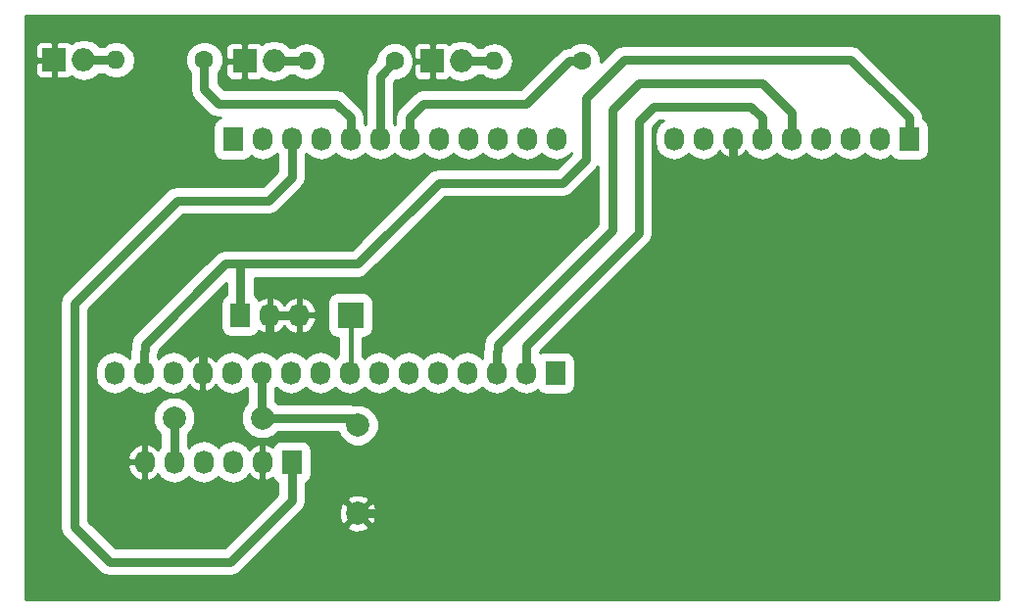
<source format=gbr>
G04 #@! TF.FileFunction,Copper,L2,Bot,Signal*
%FSLAX46Y46*%
G04 Gerber Fmt 4.6, Leading zero omitted, Abs format (unit mm)*
G04 Created by KiCad (PCBNEW 4.0.6) date 03/30/17 16:40:58*
%MOMM*%
%LPD*%
G01*
G04 APERTURE LIST*
%ADD10C,0.100000*%
%ADD11R,1.727200X2.032000*%
%ADD12O,1.727200X2.032000*%
%ADD13C,1.998980*%
%ADD14R,2.235200X2.235200*%
%ADD15R,2.000000X2.000000*%
%ADD16O,2.000000X2.000000*%
%ADD17C,1.600000*%
%ADD18O,1.600000X1.600000*%
%ADD19C,0.800000*%
%ADD20C,0.400000*%
%ADD21C,0.254000*%
G04 APERTURE END LIST*
D10*
D11*
X187690000Y-56610000D03*
D12*
X185150000Y-56610000D03*
X182610000Y-56610000D03*
X180070000Y-56610000D03*
X177530000Y-56610000D03*
X174990000Y-56610000D03*
X172450000Y-56610000D03*
X169910000Y-56610000D03*
X167370000Y-56610000D03*
D11*
X134350000Y-84550000D03*
D12*
X131810000Y-84550000D03*
X129270000Y-84550000D03*
X126730000Y-84550000D03*
X124190000Y-84550000D03*
X121650000Y-84550000D03*
D13*
X140065000Y-81375000D03*
X140065000Y-88995000D03*
X124190000Y-80740000D03*
X131810000Y-80740000D03*
D11*
X129270000Y-56610000D03*
D12*
X131810000Y-56610000D03*
X134350000Y-56610000D03*
X136890000Y-56610000D03*
X139430000Y-56610000D03*
X141970000Y-56610000D03*
X144510000Y-56610000D03*
X147050000Y-56610000D03*
X149590000Y-56610000D03*
X152130000Y-56610000D03*
X154670000Y-56610000D03*
X157210000Y-56610000D03*
D11*
X157137562Y-76843356D03*
D12*
X154597562Y-76843356D03*
X152057562Y-76843356D03*
X149517562Y-76843356D03*
X146977562Y-76843356D03*
X144437562Y-76843356D03*
X141897562Y-76843356D03*
X139357562Y-76843356D03*
X136817562Y-76843356D03*
X134277562Y-76843356D03*
X131737562Y-76843356D03*
X129197562Y-76843356D03*
X126657562Y-76843356D03*
X124117562Y-76843356D03*
X121577562Y-76843356D03*
X119037562Y-76843356D03*
D14*
X139430000Y-71850000D03*
D11*
X129905000Y-71850000D03*
D12*
X132445000Y-71850000D03*
X134985000Y-71850000D03*
D15*
X113847424Y-49796796D03*
D16*
X116387424Y-49796796D03*
D15*
X130286000Y-49901514D03*
D16*
X132826000Y-49901514D03*
D15*
X146509694Y-49894164D03*
D16*
X149049694Y-49894164D03*
D17*
X126801424Y-49796796D03*
D18*
X119181424Y-49796796D03*
D17*
X143247638Y-49901514D03*
D18*
X135627638Y-49901514D03*
D17*
X159463694Y-49894164D03*
D18*
X151843694Y-49894164D03*
D19*
X172450000Y-80232000D02*
X172450000Y-56610000D01*
X163687000Y-88995000D02*
X172450000Y-80232000D01*
X140065000Y-88995000D02*
X163687000Y-88995000D01*
X132445000Y-71850000D02*
X134985000Y-71850000D01*
X132445000Y-71850000D02*
X132445000Y-73755000D01*
X132445000Y-73755000D02*
X131810000Y-74390000D01*
X131810000Y-74390000D02*
X127294918Y-74390000D01*
X127294918Y-74390000D02*
X126657562Y-75027356D01*
X126657562Y-75027356D02*
X126657562Y-76843356D01*
X131737562Y-76843356D02*
X131737562Y-80667562D01*
X131737562Y-80667562D02*
X131810000Y-80740000D01*
X131810000Y-80740000D02*
X139430000Y-80740000D01*
X139430000Y-80740000D02*
X140065000Y-81375000D01*
X174990000Y-56610000D02*
X174990000Y-54794000D01*
X164322000Y-55086000D02*
X164322000Y-64738000D01*
X164322000Y-64738000D02*
X154597562Y-74462438D01*
X174990000Y-54794000D02*
X174012000Y-53816000D01*
X174012000Y-53816000D02*
X165592000Y-53816000D01*
X165592000Y-53816000D02*
X164322000Y-55086000D01*
X154597562Y-74462438D02*
X154597562Y-76843356D01*
X162036000Y-54832000D02*
X162036000Y-54070000D01*
X162036000Y-54070000D02*
X164322000Y-51784000D01*
X164322000Y-51784000D02*
X174990000Y-51784000D01*
X174990000Y-51784000D02*
X177530000Y-54324000D01*
X177530000Y-54324000D02*
X177530000Y-56610000D01*
X162036000Y-64484000D02*
X162036000Y-54832000D01*
X152130000Y-74390000D02*
X162036000Y-64484000D01*
X152057562Y-76843356D02*
X152057562Y-75027356D01*
X152130000Y-74954918D02*
X152130000Y-74390000D01*
X152057562Y-75027356D02*
X152130000Y-74954918D01*
X163052000Y-49752000D02*
X182610000Y-49752000D01*
X187690000Y-56610000D02*
X187690000Y-54794000D01*
X187690000Y-54794000D02*
X182648000Y-49752000D01*
X182648000Y-49752000D02*
X182610000Y-49752000D01*
X159750000Y-53054000D02*
X163052000Y-49752000D01*
X159750000Y-58388000D02*
X159750000Y-53562000D01*
X159750000Y-53562000D02*
X159750000Y-53054000D01*
X157718000Y-60420000D02*
X159750000Y-58388000D01*
X147050000Y-60420000D02*
X157464000Y-60420000D01*
X157464000Y-60420000D02*
X157718000Y-60420000D01*
X128635000Y-67405000D02*
X129905000Y-67405000D01*
X129905000Y-67405000D02*
X140065000Y-67405000D01*
X129905000Y-71850000D02*
X129905000Y-67405000D01*
X140065000Y-67405000D02*
X147050000Y-60420000D01*
X121650000Y-74390000D02*
X128635000Y-67405000D01*
X121650000Y-74954918D02*
X121650000Y-74390000D01*
X121577562Y-76843356D02*
X121577562Y-75027356D01*
X121577562Y-75027356D02*
X121650000Y-74954918D01*
D20*
X139430000Y-71850000D02*
X139430000Y-76770918D01*
X139430000Y-76770918D02*
X139357562Y-76843356D01*
D19*
X134350000Y-84550000D02*
X134350000Y-87852000D01*
X134350000Y-87852000D02*
X129016000Y-93186000D01*
X118602000Y-93186000D02*
X115554000Y-90138000D01*
X129016000Y-93186000D02*
X118602000Y-93186000D01*
X115554000Y-90138000D02*
X115554000Y-70834000D01*
X115554000Y-70834000D02*
X124444000Y-61944000D01*
X124444000Y-61944000D02*
X132318000Y-61944000D01*
X132318000Y-61944000D02*
X134350000Y-59912000D01*
X134350000Y-59912000D02*
X134350000Y-56610000D01*
X124190000Y-84550000D02*
X124190000Y-80740000D01*
X116387424Y-49796796D02*
X119181424Y-49796796D01*
X132826000Y-49901514D02*
X135627638Y-49901514D01*
X149049694Y-49894164D02*
X151843694Y-49894164D01*
X139430000Y-56610000D02*
X139430000Y-54794000D01*
X139430000Y-54794000D02*
X138198000Y-53562000D01*
X138198000Y-53562000D02*
X128000000Y-53562000D01*
X128000000Y-53562000D02*
X126801424Y-52363424D01*
X126801424Y-52363424D02*
X126801424Y-49796796D01*
X141970000Y-56610000D02*
X141970000Y-51179152D01*
X141970000Y-51179152D02*
X143247638Y-49901514D01*
X145742000Y-53562000D02*
X154664488Y-53562000D01*
X144510000Y-56610000D02*
X144510000Y-54794000D01*
X144510000Y-54794000D02*
X145742000Y-53562000D01*
X159463694Y-49894164D02*
X158332324Y-49894164D01*
X158332324Y-49894164D02*
X154664488Y-53562000D01*
D21*
G36*
X195453000Y-96393000D02*
X111392000Y-96393000D01*
X111392000Y-70834000D01*
X114327000Y-70834000D01*
X114327000Y-90138000D01*
X114420400Y-90607553D01*
X114686380Y-91005620D01*
X117734380Y-94053620D01*
X118132447Y-94319600D01*
X118602000Y-94413000D01*
X129016000Y-94413000D01*
X129485553Y-94319600D01*
X129883620Y-94053620D01*
X133790077Y-90147163D01*
X139092443Y-90147163D01*
X139191042Y-90413965D01*
X139800582Y-90640401D01*
X140450377Y-90616341D01*
X140938958Y-90413965D01*
X141037557Y-90147163D01*
X140065000Y-89174605D01*
X139092443Y-90147163D01*
X133790077Y-90147163D01*
X135206658Y-88730582D01*
X138419599Y-88730582D01*
X138443659Y-89380377D01*
X138646035Y-89868958D01*
X138912837Y-89967557D01*
X139885395Y-88995000D01*
X140244605Y-88995000D01*
X141217163Y-89967557D01*
X141483965Y-89868958D01*
X141710401Y-89259418D01*
X141686341Y-88609623D01*
X141483965Y-88121042D01*
X141217163Y-88022443D01*
X140244605Y-88995000D01*
X139885395Y-88995000D01*
X138912837Y-88022443D01*
X138646035Y-88121042D01*
X138419599Y-88730582D01*
X135206658Y-88730582D01*
X135217620Y-88719620D01*
X135483600Y-88321553D01*
X135577000Y-87852000D01*
X135577000Y-87842837D01*
X139092443Y-87842837D01*
X140065000Y-88815395D01*
X141037557Y-87842837D01*
X140938958Y-87576035D01*
X140329418Y-87349599D01*
X139679623Y-87373659D01*
X139191042Y-87576035D01*
X139092443Y-87842837D01*
X135577000Y-87842837D01*
X135577000Y-86314900D01*
X135801539Y-86170413D01*
X135990369Y-85894052D01*
X136056801Y-85566000D01*
X136056801Y-83534000D01*
X135999135Y-83227532D01*
X135818013Y-82946061D01*
X135541652Y-82757231D01*
X135213600Y-82690799D01*
X133486400Y-82690799D01*
X133179932Y-82748465D01*
X132898461Y-82929587D01*
X132713260Y-83200637D01*
X132712036Y-83199268D01*
X132184791Y-82945291D01*
X132169026Y-82942642D01*
X131937000Y-83063783D01*
X131937000Y-84423000D01*
X131957000Y-84423000D01*
X131957000Y-84677000D01*
X131937000Y-84677000D01*
X131937000Y-86036217D01*
X132169026Y-86157358D01*
X132184791Y-86154709D01*
X132712036Y-85900732D01*
X132716115Y-85896167D01*
X132881987Y-86153939D01*
X133123000Y-86318617D01*
X133123000Y-87343760D01*
X128507760Y-91959000D01*
X119110240Y-91959000D01*
X116781000Y-89629760D01*
X116781000Y-84911913D01*
X120164816Y-84911913D01*
X120358046Y-85464320D01*
X120747964Y-85900732D01*
X121275209Y-86154709D01*
X121290974Y-86157358D01*
X121523000Y-86036217D01*
X121523000Y-84677000D01*
X120309076Y-84677000D01*
X120164816Y-84911913D01*
X116781000Y-84911913D01*
X116781000Y-84188087D01*
X120164816Y-84188087D01*
X120309076Y-84423000D01*
X121523000Y-84423000D01*
X121523000Y-83063783D01*
X121777000Y-83063783D01*
X121777000Y-84423000D01*
X121797000Y-84423000D01*
X121797000Y-84677000D01*
X121777000Y-84677000D01*
X121777000Y-86036217D01*
X122009026Y-86157358D01*
X122024791Y-86154709D01*
X122552036Y-85900732D01*
X122792525Y-85631567D01*
X122994565Y-85933942D01*
X123543035Y-86300418D01*
X124190000Y-86429107D01*
X124836965Y-86300418D01*
X125385435Y-85933942D01*
X125460000Y-85822348D01*
X125534565Y-85933942D01*
X126083035Y-86300418D01*
X126730000Y-86429107D01*
X127376965Y-86300418D01*
X127925435Y-85933942D01*
X128000000Y-85822348D01*
X128074565Y-85933942D01*
X128623035Y-86300418D01*
X129270000Y-86429107D01*
X129916965Y-86300418D01*
X130465435Y-85933942D01*
X130667475Y-85631567D01*
X130907964Y-85900732D01*
X131435209Y-86154709D01*
X131450974Y-86157358D01*
X131683000Y-86036217D01*
X131683000Y-84677000D01*
X131663000Y-84677000D01*
X131663000Y-84423000D01*
X131683000Y-84423000D01*
X131683000Y-83063783D01*
X131450974Y-82942642D01*
X131435209Y-82945291D01*
X130907964Y-83199268D01*
X130667475Y-83468433D01*
X130465435Y-83166058D01*
X129916965Y-82799582D01*
X129270000Y-82670893D01*
X128623035Y-82799582D01*
X128074565Y-83166058D01*
X128000000Y-83277652D01*
X127925435Y-83166058D01*
X127376965Y-82799582D01*
X126730000Y-82670893D01*
X126083035Y-82799582D01*
X125534565Y-83166058D01*
X125460000Y-83277652D01*
X125417000Y-83213298D01*
X125417000Y-82095936D01*
X125737520Y-81775974D01*
X126016172Y-81104905D01*
X126016806Y-80378283D01*
X125739326Y-79706728D01*
X125225974Y-79192480D01*
X124554905Y-78913828D01*
X123828283Y-78913194D01*
X123156728Y-79190674D01*
X122642480Y-79704026D01*
X122363828Y-80375095D01*
X122363194Y-81101717D01*
X122640674Y-81773272D01*
X122963000Y-82096161D01*
X122963000Y-83213298D01*
X122792525Y-83468433D01*
X122552036Y-83199268D01*
X122024791Y-82945291D01*
X122009026Y-82942642D01*
X121777000Y-83063783D01*
X121523000Y-83063783D01*
X121290974Y-82942642D01*
X121275209Y-82945291D01*
X120747964Y-83199268D01*
X120358046Y-83635680D01*
X120164816Y-84188087D01*
X116781000Y-84188087D01*
X116781000Y-71342240D01*
X124952240Y-63171000D01*
X132318000Y-63171000D01*
X132787553Y-63077600D01*
X133185620Y-62811620D01*
X135217620Y-60779620D01*
X135259461Y-60717000D01*
X135483600Y-60381553D01*
X135577000Y-59912000D01*
X135577000Y-57946702D01*
X135620000Y-57882348D01*
X135694565Y-57993942D01*
X136243035Y-58360418D01*
X136890000Y-58489107D01*
X137536965Y-58360418D01*
X138085435Y-57993942D01*
X138160000Y-57882348D01*
X138234565Y-57993942D01*
X138783035Y-58360418D01*
X139430000Y-58489107D01*
X140076965Y-58360418D01*
X140625435Y-57993942D01*
X140700000Y-57882348D01*
X140774565Y-57993942D01*
X141323035Y-58360418D01*
X141970000Y-58489107D01*
X142616965Y-58360418D01*
X143165435Y-57993942D01*
X143240000Y-57882348D01*
X143314565Y-57993942D01*
X143863035Y-58360418D01*
X144510000Y-58489107D01*
X145156965Y-58360418D01*
X145705435Y-57993942D01*
X145780000Y-57882348D01*
X145854565Y-57993942D01*
X146403035Y-58360418D01*
X147050000Y-58489107D01*
X147696965Y-58360418D01*
X148245435Y-57993942D01*
X148320000Y-57882348D01*
X148394565Y-57993942D01*
X148943035Y-58360418D01*
X149590000Y-58489107D01*
X150236965Y-58360418D01*
X150785435Y-57993942D01*
X150860000Y-57882348D01*
X150934565Y-57993942D01*
X151483035Y-58360418D01*
X152130000Y-58489107D01*
X152776965Y-58360418D01*
X153325435Y-57993942D01*
X153400000Y-57882348D01*
X153474565Y-57993942D01*
X154023035Y-58360418D01*
X154670000Y-58489107D01*
X155316965Y-58360418D01*
X155865435Y-57993942D01*
X155940000Y-57882348D01*
X156014565Y-57993942D01*
X156563035Y-58360418D01*
X157210000Y-58489107D01*
X157856965Y-58360418D01*
X158405435Y-57993942D01*
X158523000Y-57817994D01*
X158523000Y-57879760D01*
X157209760Y-59193000D01*
X147050000Y-59193000D01*
X146580448Y-59286399D01*
X146182380Y-59552380D01*
X139556760Y-66178000D01*
X128635000Y-66178000D01*
X128165448Y-66271399D01*
X127767380Y-66537380D01*
X120782380Y-73522380D01*
X120516400Y-73920447D01*
X120423000Y-74390000D01*
X120423000Y-74663186D01*
X120350562Y-75027356D01*
X120350562Y-75506654D01*
X120307562Y-75571008D01*
X120232997Y-75459414D01*
X119684527Y-75092938D01*
X119037562Y-74964249D01*
X118390597Y-75092938D01*
X117842127Y-75459414D01*
X117475651Y-76007884D01*
X117346962Y-76654849D01*
X117346962Y-77031863D01*
X117475651Y-77678828D01*
X117842127Y-78227298D01*
X118390597Y-78593774D01*
X119037562Y-78722463D01*
X119684527Y-78593774D01*
X120232997Y-78227298D01*
X120307562Y-78115704D01*
X120382127Y-78227298D01*
X120930597Y-78593774D01*
X121577562Y-78722463D01*
X122224527Y-78593774D01*
X122772997Y-78227298D01*
X122847562Y-78115704D01*
X122922127Y-78227298D01*
X123470597Y-78593774D01*
X124117562Y-78722463D01*
X124764527Y-78593774D01*
X125312997Y-78227298D01*
X125515037Y-77924923D01*
X125755526Y-78194088D01*
X126282771Y-78448065D01*
X126298536Y-78450714D01*
X126530562Y-78329573D01*
X126530562Y-76970356D01*
X126510562Y-76970356D01*
X126510562Y-76716356D01*
X126530562Y-76716356D01*
X126530562Y-75357139D01*
X126298536Y-75235998D01*
X126282771Y-75238647D01*
X125755526Y-75492624D01*
X125515037Y-75761789D01*
X125312997Y-75459414D01*
X124764527Y-75092938D01*
X124117562Y-74964249D01*
X123470597Y-75092938D01*
X122922127Y-75459414D01*
X122847562Y-75571008D01*
X122804562Y-75506654D01*
X122804562Y-75319088D01*
X122877000Y-74954918D01*
X122877000Y-74898240D01*
X128678000Y-69097240D01*
X128678000Y-70085100D01*
X128453461Y-70229587D01*
X128264631Y-70505948D01*
X128198199Y-70834000D01*
X128198199Y-72866000D01*
X128255865Y-73172468D01*
X128436987Y-73453939D01*
X128713348Y-73642769D01*
X129041400Y-73709201D01*
X130768600Y-73709201D01*
X131075068Y-73651535D01*
X131356539Y-73470413D01*
X131541740Y-73199363D01*
X131542964Y-73200732D01*
X132070209Y-73454709D01*
X132085974Y-73457358D01*
X132318000Y-73336217D01*
X132318000Y-71977000D01*
X132572000Y-71977000D01*
X132572000Y-73336217D01*
X132804026Y-73457358D01*
X132819791Y-73454709D01*
X133347036Y-73200732D01*
X133715000Y-72788892D01*
X134082964Y-73200732D01*
X134610209Y-73454709D01*
X134625974Y-73457358D01*
X134858000Y-73336217D01*
X134858000Y-71977000D01*
X135112000Y-71977000D01*
X135112000Y-73336217D01*
X135344026Y-73457358D01*
X135359791Y-73454709D01*
X135887036Y-73200732D01*
X136276954Y-72764320D01*
X136470184Y-72211913D01*
X136325924Y-71977000D01*
X135112000Y-71977000D01*
X134858000Y-71977000D01*
X132572000Y-71977000D01*
X132318000Y-71977000D01*
X132298000Y-71977000D01*
X132298000Y-71723000D01*
X132318000Y-71723000D01*
X132318000Y-70363783D01*
X132572000Y-70363783D01*
X132572000Y-71723000D01*
X134858000Y-71723000D01*
X134858000Y-70363783D01*
X135112000Y-70363783D01*
X135112000Y-71723000D01*
X136325924Y-71723000D01*
X136470184Y-71488087D01*
X136276954Y-70935680D01*
X135887036Y-70499268D01*
X135359791Y-70245291D01*
X135344026Y-70242642D01*
X135112000Y-70363783D01*
X134858000Y-70363783D01*
X134625974Y-70242642D01*
X134610209Y-70245291D01*
X134082964Y-70499268D01*
X133715000Y-70911108D01*
X133347036Y-70499268D01*
X132819791Y-70245291D01*
X132804026Y-70242642D01*
X132572000Y-70363783D01*
X132318000Y-70363783D01*
X132085974Y-70242642D01*
X132070209Y-70245291D01*
X131542964Y-70499268D01*
X131538885Y-70503833D01*
X131373013Y-70246061D01*
X131132000Y-70081383D01*
X131132000Y-68632000D01*
X140065000Y-68632000D01*
X140534553Y-68538600D01*
X140932620Y-68272620D01*
X147558240Y-61647000D01*
X157718000Y-61647000D01*
X158187553Y-61553600D01*
X158585620Y-61287620D01*
X160617620Y-59255620D01*
X160758766Y-59044380D01*
X160809000Y-58969200D01*
X160809000Y-63975760D01*
X151262380Y-73522380D01*
X150996400Y-73920447D01*
X150903000Y-74390000D01*
X150903000Y-74663186D01*
X150830562Y-75027356D01*
X150830562Y-75506654D01*
X150787562Y-75571008D01*
X150712997Y-75459414D01*
X150164527Y-75092938D01*
X149517562Y-74964249D01*
X148870597Y-75092938D01*
X148322127Y-75459414D01*
X148247562Y-75571008D01*
X148172997Y-75459414D01*
X147624527Y-75092938D01*
X146977562Y-74964249D01*
X146330597Y-75092938D01*
X145782127Y-75459414D01*
X145707562Y-75571008D01*
X145632997Y-75459414D01*
X145084527Y-75092938D01*
X144437562Y-74964249D01*
X143790597Y-75092938D01*
X143242127Y-75459414D01*
X143167562Y-75571008D01*
X143092997Y-75459414D01*
X142544527Y-75092938D01*
X141897562Y-74964249D01*
X141250597Y-75092938D01*
X140702127Y-75459414D01*
X140627562Y-75571008D01*
X140552997Y-75459414D01*
X140457000Y-75395271D01*
X140457000Y-73810801D01*
X140547600Y-73810801D01*
X140854068Y-73753135D01*
X141135539Y-73572013D01*
X141324369Y-73295652D01*
X141390801Y-72967600D01*
X141390801Y-70732400D01*
X141333135Y-70425932D01*
X141152013Y-70144461D01*
X140875652Y-69955631D01*
X140547600Y-69889199D01*
X138312400Y-69889199D01*
X138005932Y-69946865D01*
X137724461Y-70127987D01*
X137535631Y-70404348D01*
X137469199Y-70732400D01*
X137469199Y-72967600D01*
X137526865Y-73274068D01*
X137707987Y-73555539D01*
X137984348Y-73744369D01*
X138312400Y-73810801D01*
X138403000Y-73810801D01*
X138403000Y-75298468D01*
X138162127Y-75459414D01*
X138087562Y-75571008D01*
X138012997Y-75459414D01*
X137464527Y-75092938D01*
X136817562Y-74964249D01*
X136170597Y-75092938D01*
X135622127Y-75459414D01*
X135547562Y-75571008D01*
X135472997Y-75459414D01*
X134924527Y-75092938D01*
X134277562Y-74964249D01*
X133630597Y-75092938D01*
X133082127Y-75459414D01*
X133007562Y-75571008D01*
X132932997Y-75459414D01*
X132384527Y-75092938D01*
X131737562Y-74964249D01*
X131090597Y-75092938D01*
X130542127Y-75459414D01*
X130467562Y-75571008D01*
X130392997Y-75459414D01*
X129844527Y-75092938D01*
X129197562Y-74964249D01*
X128550597Y-75092938D01*
X128002127Y-75459414D01*
X127800087Y-75761789D01*
X127559598Y-75492624D01*
X127032353Y-75238647D01*
X127016588Y-75235998D01*
X126784562Y-75357139D01*
X126784562Y-76716356D01*
X126804562Y-76716356D01*
X126804562Y-76970356D01*
X126784562Y-76970356D01*
X126784562Y-78329573D01*
X127016588Y-78450714D01*
X127032353Y-78448065D01*
X127559598Y-78194088D01*
X127800087Y-77924923D01*
X128002127Y-78227298D01*
X128550597Y-78593774D01*
X129197562Y-78722463D01*
X129844527Y-78593774D01*
X130392997Y-78227298D01*
X130467562Y-78115704D01*
X130510562Y-78180058D01*
X130510562Y-79456376D01*
X130262480Y-79704026D01*
X129983828Y-80375095D01*
X129983194Y-81101717D01*
X130260674Y-81773272D01*
X130774026Y-82287520D01*
X131445095Y-82566172D01*
X132171717Y-82566806D01*
X132843272Y-82289326D01*
X133166161Y-81967000D01*
X138333345Y-81967000D01*
X138515674Y-82408272D01*
X139029026Y-82922520D01*
X139700095Y-83201172D01*
X140426717Y-83201806D01*
X141098272Y-82924326D01*
X141612520Y-82410974D01*
X141891172Y-81739905D01*
X141891806Y-81013283D01*
X141614326Y-80341728D01*
X141100974Y-79827480D01*
X140429905Y-79548828D01*
X139703283Y-79548194D01*
X139671972Y-79561131D01*
X139430000Y-79513000D01*
X133165936Y-79513000D01*
X132964562Y-79311275D01*
X132964562Y-78180058D01*
X133007562Y-78115704D01*
X133082127Y-78227298D01*
X133630597Y-78593774D01*
X134277562Y-78722463D01*
X134924527Y-78593774D01*
X135472997Y-78227298D01*
X135547562Y-78115704D01*
X135622127Y-78227298D01*
X136170597Y-78593774D01*
X136817562Y-78722463D01*
X137464527Y-78593774D01*
X138012997Y-78227298D01*
X138087562Y-78115704D01*
X138162127Y-78227298D01*
X138710597Y-78593774D01*
X139357562Y-78722463D01*
X140004527Y-78593774D01*
X140552997Y-78227298D01*
X140627562Y-78115704D01*
X140702127Y-78227298D01*
X141250597Y-78593774D01*
X141897562Y-78722463D01*
X142544527Y-78593774D01*
X143092997Y-78227298D01*
X143167562Y-78115704D01*
X143242127Y-78227298D01*
X143790597Y-78593774D01*
X144437562Y-78722463D01*
X145084527Y-78593774D01*
X145632997Y-78227298D01*
X145707562Y-78115704D01*
X145782127Y-78227298D01*
X146330597Y-78593774D01*
X146977562Y-78722463D01*
X147624527Y-78593774D01*
X148172997Y-78227298D01*
X148247562Y-78115704D01*
X148322127Y-78227298D01*
X148870597Y-78593774D01*
X149517562Y-78722463D01*
X150164527Y-78593774D01*
X150712997Y-78227298D01*
X150787562Y-78115704D01*
X150862127Y-78227298D01*
X151410597Y-78593774D01*
X152057562Y-78722463D01*
X152704527Y-78593774D01*
X153252997Y-78227298D01*
X153327562Y-78115704D01*
X153402127Y-78227298D01*
X153950597Y-78593774D01*
X154597562Y-78722463D01*
X155244527Y-78593774D01*
X155607669Y-78351130D01*
X155669549Y-78447295D01*
X155945910Y-78636125D01*
X156273962Y-78702557D01*
X158001162Y-78702557D01*
X158307630Y-78644891D01*
X158589101Y-78463769D01*
X158777931Y-78187408D01*
X158844363Y-77859356D01*
X158844363Y-75827356D01*
X158786697Y-75520888D01*
X158605575Y-75239417D01*
X158329214Y-75050587D01*
X158001162Y-74984155D01*
X156273962Y-74984155D01*
X155967494Y-75041821D01*
X155824562Y-75133795D01*
X155824562Y-74970678D01*
X165189620Y-65605620D01*
X165359337Y-65351620D01*
X165455600Y-65207553D01*
X165549000Y-64738000D01*
X165549000Y-55594240D01*
X166100240Y-55043000D01*
X166448531Y-55043000D01*
X166174565Y-55226058D01*
X165808089Y-55774528D01*
X165679400Y-56421493D01*
X165679400Y-56798507D01*
X165808089Y-57445472D01*
X166174565Y-57993942D01*
X166723035Y-58360418D01*
X167370000Y-58489107D01*
X168016965Y-58360418D01*
X168565435Y-57993942D01*
X168640000Y-57882348D01*
X168714565Y-57993942D01*
X169263035Y-58360418D01*
X169910000Y-58489107D01*
X170556965Y-58360418D01*
X171105435Y-57993942D01*
X171307475Y-57691567D01*
X171547964Y-57960732D01*
X172075209Y-58214709D01*
X172090974Y-58217358D01*
X172323000Y-58096217D01*
X172323000Y-56737000D01*
X172303000Y-56737000D01*
X172303000Y-56483000D01*
X172323000Y-56483000D01*
X172323000Y-56463000D01*
X172577000Y-56463000D01*
X172577000Y-56483000D01*
X172597000Y-56483000D01*
X172597000Y-56737000D01*
X172577000Y-56737000D01*
X172577000Y-58096217D01*
X172809026Y-58217358D01*
X172824791Y-58214709D01*
X173352036Y-57960732D01*
X173592525Y-57691567D01*
X173794565Y-57993942D01*
X174343035Y-58360418D01*
X174990000Y-58489107D01*
X175636965Y-58360418D01*
X176185435Y-57993942D01*
X176260000Y-57882348D01*
X176334565Y-57993942D01*
X176883035Y-58360418D01*
X177530000Y-58489107D01*
X178176965Y-58360418D01*
X178725435Y-57993942D01*
X178800000Y-57882348D01*
X178874565Y-57993942D01*
X179423035Y-58360418D01*
X180070000Y-58489107D01*
X180716965Y-58360418D01*
X181265435Y-57993942D01*
X181340000Y-57882348D01*
X181414565Y-57993942D01*
X181963035Y-58360418D01*
X182610000Y-58489107D01*
X183256965Y-58360418D01*
X183805435Y-57993942D01*
X183880000Y-57882348D01*
X183954565Y-57993942D01*
X184503035Y-58360418D01*
X185150000Y-58489107D01*
X185796965Y-58360418D01*
X186160107Y-58117774D01*
X186221987Y-58213939D01*
X186498348Y-58402769D01*
X186826400Y-58469201D01*
X188553600Y-58469201D01*
X188860068Y-58411535D01*
X189141539Y-58230413D01*
X189330369Y-57954052D01*
X189396801Y-57626000D01*
X189396801Y-55594000D01*
X189339135Y-55287532D01*
X189158013Y-55006061D01*
X188917000Y-54841383D01*
X188917000Y-54794000D01*
X188881683Y-54616448D01*
X188823601Y-54324448D01*
X188557620Y-53926380D01*
X183515620Y-48884380D01*
X183500042Y-48873971D01*
X183117553Y-48618400D01*
X182648000Y-48525000D01*
X163052000Y-48525000D01*
X162582447Y-48618400D01*
X162199958Y-48873971D01*
X162184380Y-48884380D01*
X161090621Y-49978139D01*
X161090976Y-49571953D01*
X160843802Y-48973746D01*
X160386519Y-48515665D01*
X159788744Y-48267447D01*
X159141483Y-48266882D01*
X158543276Y-48514056D01*
X158389901Y-48667164D01*
X158332324Y-48667164D01*
X157862771Y-48760564D01*
X157547324Y-48971339D01*
X157464704Y-49026544D01*
X154156248Y-52335000D01*
X145742000Y-52335000D01*
X145272447Y-52428400D01*
X144938375Y-52651620D01*
X144874380Y-52694380D01*
X143642380Y-53926380D01*
X143376400Y-54324447D01*
X143283000Y-54794000D01*
X143283000Y-55273298D01*
X143240000Y-55337652D01*
X143197000Y-55273298D01*
X143197000Y-51687392D01*
X143355783Y-51528609D01*
X143569849Y-51528796D01*
X144168056Y-51281622D01*
X144626137Y-50824339D01*
X144874355Y-50226564D01*
X144874395Y-50179914D01*
X144874694Y-50179914D01*
X144874694Y-51020474D01*
X144971367Y-51253863D01*
X145149996Y-51432491D01*
X145383385Y-51529164D01*
X146223944Y-51529164D01*
X146382694Y-51370414D01*
X146382694Y-50021164D01*
X145033444Y-50021164D01*
X144874694Y-50179914D01*
X144874395Y-50179914D01*
X144874894Y-49608614D01*
X145033444Y-49767164D01*
X146382694Y-49767164D01*
X146382694Y-48417914D01*
X146636694Y-48417914D01*
X146636694Y-49767164D01*
X146656694Y-49767164D01*
X146656694Y-50021164D01*
X146636694Y-50021164D01*
X146636694Y-51370414D01*
X146795444Y-51529164D01*
X147636003Y-51529164D01*
X147869392Y-51432491D01*
X147958094Y-51343790D01*
X148314738Y-51582092D01*
X149013901Y-51721164D01*
X149085487Y-51721164D01*
X149784650Y-51582092D01*
X150377371Y-51186048D01*
X150420725Y-51121164D01*
X150775902Y-51121164D01*
X151189193Y-51397316D01*
X151811819Y-51521164D01*
X151875569Y-51521164D01*
X152498195Y-51397316D01*
X153026032Y-51044627D01*
X153378721Y-50516790D01*
X153502569Y-49894164D01*
X153378721Y-49271538D01*
X153026032Y-48743701D01*
X152498195Y-48391012D01*
X151875569Y-48267164D01*
X151811819Y-48267164D01*
X151189193Y-48391012D01*
X150775902Y-48667164D01*
X150420725Y-48667164D01*
X150377371Y-48602280D01*
X149784650Y-48206236D01*
X149085487Y-48067164D01*
X149013901Y-48067164D01*
X148314738Y-48206236D01*
X147958094Y-48444538D01*
X147869392Y-48355837D01*
X147636003Y-48259164D01*
X146795444Y-48259164D01*
X146636694Y-48417914D01*
X146382694Y-48417914D01*
X146223944Y-48259164D01*
X145383385Y-48259164D01*
X145149996Y-48355837D01*
X144971367Y-48534465D01*
X144874694Y-48767854D01*
X144874694Y-49578756D01*
X144627746Y-48981096D01*
X144170463Y-48523015D01*
X143572688Y-48274797D01*
X142925427Y-48274232D01*
X142327220Y-48521406D01*
X141869139Y-48978689D01*
X141620921Y-49576464D01*
X141620732Y-49793180D01*
X141102380Y-50311532D01*
X140836400Y-50709599D01*
X140743000Y-51179152D01*
X140743000Y-55273298D01*
X140700000Y-55337652D01*
X140657000Y-55273298D01*
X140657000Y-54794000D01*
X140563600Y-54324447D01*
X140297620Y-53926380D01*
X139065620Y-52694380D01*
X139001625Y-52651620D01*
X138667553Y-52428400D01*
X138198000Y-52335000D01*
X128508240Y-52335000D01*
X128028424Y-51855184D01*
X128028424Y-50870856D01*
X128179923Y-50719621D01*
X128400977Y-50187264D01*
X128651000Y-50187264D01*
X128651000Y-51027824D01*
X128747673Y-51261213D01*
X128926302Y-51439841D01*
X129159691Y-51536514D01*
X130000250Y-51536514D01*
X130159000Y-51377764D01*
X130159000Y-50028514D01*
X128809750Y-50028514D01*
X128651000Y-50187264D01*
X128400977Y-50187264D01*
X128428141Y-50121846D01*
X128428706Y-49474585D01*
X128181532Y-48876378D01*
X128080535Y-48775204D01*
X128651000Y-48775204D01*
X128651000Y-49615764D01*
X128809750Y-49774514D01*
X130159000Y-49774514D01*
X130159000Y-48425264D01*
X130413000Y-48425264D01*
X130413000Y-49774514D01*
X130433000Y-49774514D01*
X130433000Y-50028514D01*
X130413000Y-50028514D01*
X130413000Y-51377764D01*
X130571750Y-51536514D01*
X131412309Y-51536514D01*
X131645698Y-51439841D01*
X131734400Y-51351140D01*
X132091044Y-51589442D01*
X132790207Y-51728514D01*
X132861793Y-51728514D01*
X133560956Y-51589442D01*
X134153677Y-51193398D01*
X134197031Y-51128514D01*
X134559846Y-51128514D01*
X134973137Y-51404666D01*
X135595763Y-51528514D01*
X135659513Y-51528514D01*
X136282139Y-51404666D01*
X136809976Y-51051977D01*
X137162665Y-50524140D01*
X137286513Y-49901514D01*
X137162665Y-49278888D01*
X136809976Y-48751051D01*
X136282139Y-48398362D01*
X135659513Y-48274514D01*
X135595763Y-48274514D01*
X134973137Y-48398362D01*
X134559846Y-48674514D01*
X134197031Y-48674514D01*
X134153677Y-48609630D01*
X133560956Y-48213586D01*
X132861793Y-48074514D01*
X132790207Y-48074514D01*
X132091044Y-48213586D01*
X131734400Y-48451888D01*
X131645698Y-48363187D01*
X131412309Y-48266514D01*
X130571750Y-48266514D01*
X130413000Y-48425264D01*
X130159000Y-48425264D01*
X130000250Y-48266514D01*
X129159691Y-48266514D01*
X128926302Y-48363187D01*
X128747673Y-48541815D01*
X128651000Y-48775204D01*
X128080535Y-48775204D01*
X127724249Y-48418297D01*
X127126474Y-48170079D01*
X126479213Y-48169514D01*
X125881006Y-48416688D01*
X125422925Y-48873971D01*
X125174707Y-49471746D01*
X125174142Y-50119007D01*
X125421316Y-50717214D01*
X125574424Y-50870589D01*
X125574424Y-52363424D01*
X125667824Y-52832977D01*
X125841197Y-53092448D01*
X125933804Y-53231044D01*
X127132380Y-54429620D01*
X127530447Y-54695600D01*
X128000000Y-54789000D01*
X128203379Y-54789000D01*
X128099932Y-54808465D01*
X127818461Y-54989587D01*
X127629631Y-55265948D01*
X127563199Y-55594000D01*
X127563199Y-57626000D01*
X127620865Y-57932468D01*
X127801987Y-58213939D01*
X128078348Y-58402769D01*
X128406400Y-58469201D01*
X130133600Y-58469201D01*
X130440068Y-58411535D01*
X130721539Y-58230413D01*
X130798938Y-58117136D01*
X131163035Y-58360418D01*
X131810000Y-58489107D01*
X132456965Y-58360418D01*
X133005435Y-57993942D01*
X133080000Y-57882348D01*
X133123000Y-57946702D01*
X133123000Y-59403760D01*
X131809760Y-60717000D01*
X124444000Y-60717000D01*
X123974448Y-60810399D01*
X123576380Y-61076380D01*
X114686380Y-69966380D01*
X114420400Y-70364447D01*
X114327000Y-70834000D01*
X111392000Y-70834000D01*
X111392000Y-50082546D01*
X112212424Y-50082546D01*
X112212424Y-50923106D01*
X112309097Y-51156495D01*
X112487726Y-51335123D01*
X112721115Y-51431796D01*
X113561674Y-51431796D01*
X113720424Y-51273046D01*
X113720424Y-49923796D01*
X112371174Y-49923796D01*
X112212424Y-50082546D01*
X111392000Y-50082546D01*
X111392000Y-48670486D01*
X112212424Y-48670486D01*
X112212424Y-49511046D01*
X112371174Y-49669796D01*
X113720424Y-49669796D01*
X113720424Y-48320546D01*
X113974424Y-48320546D01*
X113974424Y-49669796D01*
X113994424Y-49669796D01*
X113994424Y-49923796D01*
X113974424Y-49923796D01*
X113974424Y-51273046D01*
X114133174Y-51431796D01*
X114973733Y-51431796D01*
X115207122Y-51335123D01*
X115295824Y-51246422D01*
X115652468Y-51484724D01*
X116351631Y-51623796D01*
X116423217Y-51623796D01*
X117122380Y-51484724D01*
X117715101Y-51088680D01*
X117758455Y-51023796D01*
X118113632Y-51023796D01*
X118526923Y-51299948D01*
X119149549Y-51423796D01*
X119213299Y-51423796D01*
X119835925Y-51299948D01*
X120363762Y-50947259D01*
X120716451Y-50419422D01*
X120840299Y-49796796D01*
X120716451Y-49174170D01*
X120363762Y-48646333D01*
X119835925Y-48293644D01*
X119213299Y-48169796D01*
X119149549Y-48169796D01*
X118526923Y-48293644D01*
X118113632Y-48569796D01*
X117758455Y-48569796D01*
X117715101Y-48504912D01*
X117122380Y-48108868D01*
X116423217Y-47969796D01*
X116351631Y-47969796D01*
X115652468Y-48108868D01*
X115295824Y-48347170D01*
X115207122Y-48258469D01*
X114973733Y-48161796D01*
X114133174Y-48161796D01*
X113974424Y-48320546D01*
X113720424Y-48320546D01*
X113561674Y-48161796D01*
X112721115Y-48161796D01*
X112487726Y-48258469D01*
X112309097Y-48437097D01*
X112212424Y-48670486D01*
X111392000Y-48670486D01*
X111392000Y-45987000D01*
X195453000Y-45987000D01*
X195453000Y-96393000D01*
X195453000Y-96393000D01*
G37*
X195453000Y-96393000D02*
X111392000Y-96393000D01*
X111392000Y-70834000D01*
X114327000Y-70834000D01*
X114327000Y-90138000D01*
X114420400Y-90607553D01*
X114686380Y-91005620D01*
X117734380Y-94053620D01*
X118132447Y-94319600D01*
X118602000Y-94413000D01*
X129016000Y-94413000D01*
X129485553Y-94319600D01*
X129883620Y-94053620D01*
X133790077Y-90147163D01*
X139092443Y-90147163D01*
X139191042Y-90413965D01*
X139800582Y-90640401D01*
X140450377Y-90616341D01*
X140938958Y-90413965D01*
X141037557Y-90147163D01*
X140065000Y-89174605D01*
X139092443Y-90147163D01*
X133790077Y-90147163D01*
X135206658Y-88730582D01*
X138419599Y-88730582D01*
X138443659Y-89380377D01*
X138646035Y-89868958D01*
X138912837Y-89967557D01*
X139885395Y-88995000D01*
X140244605Y-88995000D01*
X141217163Y-89967557D01*
X141483965Y-89868958D01*
X141710401Y-89259418D01*
X141686341Y-88609623D01*
X141483965Y-88121042D01*
X141217163Y-88022443D01*
X140244605Y-88995000D01*
X139885395Y-88995000D01*
X138912837Y-88022443D01*
X138646035Y-88121042D01*
X138419599Y-88730582D01*
X135206658Y-88730582D01*
X135217620Y-88719620D01*
X135483600Y-88321553D01*
X135577000Y-87852000D01*
X135577000Y-87842837D01*
X139092443Y-87842837D01*
X140065000Y-88815395D01*
X141037557Y-87842837D01*
X140938958Y-87576035D01*
X140329418Y-87349599D01*
X139679623Y-87373659D01*
X139191042Y-87576035D01*
X139092443Y-87842837D01*
X135577000Y-87842837D01*
X135577000Y-86314900D01*
X135801539Y-86170413D01*
X135990369Y-85894052D01*
X136056801Y-85566000D01*
X136056801Y-83534000D01*
X135999135Y-83227532D01*
X135818013Y-82946061D01*
X135541652Y-82757231D01*
X135213600Y-82690799D01*
X133486400Y-82690799D01*
X133179932Y-82748465D01*
X132898461Y-82929587D01*
X132713260Y-83200637D01*
X132712036Y-83199268D01*
X132184791Y-82945291D01*
X132169026Y-82942642D01*
X131937000Y-83063783D01*
X131937000Y-84423000D01*
X131957000Y-84423000D01*
X131957000Y-84677000D01*
X131937000Y-84677000D01*
X131937000Y-86036217D01*
X132169026Y-86157358D01*
X132184791Y-86154709D01*
X132712036Y-85900732D01*
X132716115Y-85896167D01*
X132881987Y-86153939D01*
X133123000Y-86318617D01*
X133123000Y-87343760D01*
X128507760Y-91959000D01*
X119110240Y-91959000D01*
X116781000Y-89629760D01*
X116781000Y-84911913D01*
X120164816Y-84911913D01*
X120358046Y-85464320D01*
X120747964Y-85900732D01*
X121275209Y-86154709D01*
X121290974Y-86157358D01*
X121523000Y-86036217D01*
X121523000Y-84677000D01*
X120309076Y-84677000D01*
X120164816Y-84911913D01*
X116781000Y-84911913D01*
X116781000Y-84188087D01*
X120164816Y-84188087D01*
X120309076Y-84423000D01*
X121523000Y-84423000D01*
X121523000Y-83063783D01*
X121777000Y-83063783D01*
X121777000Y-84423000D01*
X121797000Y-84423000D01*
X121797000Y-84677000D01*
X121777000Y-84677000D01*
X121777000Y-86036217D01*
X122009026Y-86157358D01*
X122024791Y-86154709D01*
X122552036Y-85900732D01*
X122792525Y-85631567D01*
X122994565Y-85933942D01*
X123543035Y-86300418D01*
X124190000Y-86429107D01*
X124836965Y-86300418D01*
X125385435Y-85933942D01*
X125460000Y-85822348D01*
X125534565Y-85933942D01*
X126083035Y-86300418D01*
X126730000Y-86429107D01*
X127376965Y-86300418D01*
X127925435Y-85933942D01*
X128000000Y-85822348D01*
X128074565Y-85933942D01*
X128623035Y-86300418D01*
X129270000Y-86429107D01*
X129916965Y-86300418D01*
X130465435Y-85933942D01*
X130667475Y-85631567D01*
X130907964Y-85900732D01*
X131435209Y-86154709D01*
X131450974Y-86157358D01*
X131683000Y-86036217D01*
X131683000Y-84677000D01*
X131663000Y-84677000D01*
X131663000Y-84423000D01*
X131683000Y-84423000D01*
X131683000Y-83063783D01*
X131450974Y-82942642D01*
X131435209Y-82945291D01*
X130907964Y-83199268D01*
X130667475Y-83468433D01*
X130465435Y-83166058D01*
X129916965Y-82799582D01*
X129270000Y-82670893D01*
X128623035Y-82799582D01*
X128074565Y-83166058D01*
X128000000Y-83277652D01*
X127925435Y-83166058D01*
X127376965Y-82799582D01*
X126730000Y-82670893D01*
X126083035Y-82799582D01*
X125534565Y-83166058D01*
X125460000Y-83277652D01*
X125417000Y-83213298D01*
X125417000Y-82095936D01*
X125737520Y-81775974D01*
X126016172Y-81104905D01*
X126016806Y-80378283D01*
X125739326Y-79706728D01*
X125225974Y-79192480D01*
X124554905Y-78913828D01*
X123828283Y-78913194D01*
X123156728Y-79190674D01*
X122642480Y-79704026D01*
X122363828Y-80375095D01*
X122363194Y-81101717D01*
X122640674Y-81773272D01*
X122963000Y-82096161D01*
X122963000Y-83213298D01*
X122792525Y-83468433D01*
X122552036Y-83199268D01*
X122024791Y-82945291D01*
X122009026Y-82942642D01*
X121777000Y-83063783D01*
X121523000Y-83063783D01*
X121290974Y-82942642D01*
X121275209Y-82945291D01*
X120747964Y-83199268D01*
X120358046Y-83635680D01*
X120164816Y-84188087D01*
X116781000Y-84188087D01*
X116781000Y-71342240D01*
X124952240Y-63171000D01*
X132318000Y-63171000D01*
X132787553Y-63077600D01*
X133185620Y-62811620D01*
X135217620Y-60779620D01*
X135259461Y-60717000D01*
X135483600Y-60381553D01*
X135577000Y-59912000D01*
X135577000Y-57946702D01*
X135620000Y-57882348D01*
X135694565Y-57993942D01*
X136243035Y-58360418D01*
X136890000Y-58489107D01*
X137536965Y-58360418D01*
X138085435Y-57993942D01*
X138160000Y-57882348D01*
X138234565Y-57993942D01*
X138783035Y-58360418D01*
X139430000Y-58489107D01*
X140076965Y-58360418D01*
X140625435Y-57993942D01*
X140700000Y-57882348D01*
X140774565Y-57993942D01*
X141323035Y-58360418D01*
X141970000Y-58489107D01*
X142616965Y-58360418D01*
X143165435Y-57993942D01*
X143240000Y-57882348D01*
X143314565Y-57993942D01*
X143863035Y-58360418D01*
X144510000Y-58489107D01*
X145156965Y-58360418D01*
X145705435Y-57993942D01*
X145780000Y-57882348D01*
X145854565Y-57993942D01*
X146403035Y-58360418D01*
X147050000Y-58489107D01*
X147696965Y-58360418D01*
X148245435Y-57993942D01*
X148320000Y-57882348D01*
X148394565Y-57993942D01*
X148943035Y-58360418D01*
X149590000Y-58489107D01*
X150236965Y-58360418D01*
X150785435Y-57993942D01*
X150860000Y-57882348D01*
X150934565Y-57993942D01*
X151483035Y-58360418D01*
X152130000Y-58489107D01*
X152776965Y-58360418D01*
X153325435Y-57993942D01*
X153400000Y-57882348D01*
X153474565Y-57993942D01*
X154023035Y-58360418D01*
X154670000Y-58489107D01*
X155316965Y-58360418D01*
X155865435Y-57993942D01*
X155940000Y-57882348D01*
X156014565Y-57993942D01*
X156563035Y-58360418D01*
X157210000Y-58489107D01*
X157856965Y-58360418D01*
X158405435Y-57993942D01*
X158523000Y-57817994D01*
X158523000Y-57879760D01*
X157209760Y-59193000D01*
X147050000Y-59193000D01*
X146580448Y-59286399D01*
X146182380Y-59552380D01*
X139556760Y-66178000D01*
X128635000Y-66178000D01*
X128165448Y-66271399D01*
X127767380Y-66537380D01*
X120782380Y-73522380D01*
X120516400Y-73920447D01*
X120423000Y-74390000D01*
X120423000Y-74663186D01*
X120350562Y-75027356D01*
X120350562Y-75506654D01*
X120307562Y-75571008D01*
X120232997Y-75459414D01*
X119684527Y-75092938D01*
X119037562Y-74964249D01*
X118390597Y-75092938D01*
X117842127Y-75459414D01*
X117475651Y-76007884D01*
X117346962Y-76654849D01*
X117346962Y-77031863D01*
X117475651Y-77678828D01*
X117842127Y-78227298D01*
X118390597Y-78593774D01*
X119037562Y-78722463D01*
X119684527Y-78593774D01*
X120232997Y-78227298D01*
X120307562Y-78115704D01*
X120382127Y-78227298D01*
X120930597Y-78593774D01*
X121577562Y-78722463D01*
X122224527Y-78593774D01*
X122772997Y-78227298D01*
X122847562Y-78115704D01*
X122922127Y-78227298D01*
X123470597Y-78593774D01*
X124117562Y-78722463D01*
X124764527Y-78593774D01*
X125312997Y-78227298D01*
X125515037Y-77924923D01*
X125755526Y-78194088D01*
X126282771Y-78448065D01*
X126298536Y-78450714D01*
X126530562Y-78329573D01*
X126530562Y-76970356D01*
X126510562Y-76970356D01*
X126510562Y-76716356D01*
X126530562Y-76716356D01*
X126530562Y-75357139D01*
X126298536Y-75235998D01*
X126282771Y-75238647D01*
X125755526Y-75492624D01*
X125515037Y-75761789D01*
X125312997Y-75459414D01*
X124764527Y-75092938D01*
X124117562Y-74964249D01*
X123470597Y-75092938D01*
X122922127Y-75459414D01*
X122847562Y-75571008D01*
X122804562Y-75506654D01*
X122804562Y-75319088D01*
X122877000Y-74954918D01*
X122877000Y-74898240D01*
X128678000Y-69097240D01*
X128678000Y-70085100D01*
X128453461Y-70229587D01*
X128264631Y-70505948D01*
X128198199Y-70834000D01*
X128198199Y-72866000D01*
X128255865Y-73172468D01*
X128436987Y-73453939D01*
X128713348Y-73642769D01*
X129041400Y-73709201D01*
X130768600Y-73709201D01*
X131075068Y-73651535D01*
X131356539Y-73470413D01*
X131541740Y-73199363D01*
X131542964Y-73200732D01*
X132070209Y-73454709D01*
X132085974Y-73457358D01*
X132318000Y-73336217D01*
X132318000Y-71977000D01*
X132572000Y-71977000D01*
X132572000Y-73336217D01*
X132804026Y-73457358D01*
X132819791Y-73454709D01*
X133347036Y-73200732D01*
X133715000Y-72788892D01*
X134082964Y-73200732D01*
X134610209Y-73454709D01*
X134625974Y-73457358D01*
X134858000Y-73336217D01*
X134858000Y-71977000D01*
X135112000Y-71977000D01*
X135112000Y-73336217D01*
X135344026Y-73457358D01*
X135359791Y-73454709D01*
X135887036Y-73200732D01*
X136276954Y-72764320D01*
X136470184Y-72211913D01*
X136325924Y-71977000D01*
X135112000Y-71977000D01*
X134858000Y-71977000D01*
X132572000Y-71977000D01*
X132318000Y-71977000D01*
X132298000Y-71977000D01*
X132298000Y-71723000D01*
X132318000Y-71723000D01*
X132318000Y-70363783D01*
X132572000Y-70363783D01*
X132572000Y-71723000D01*
X134858000Y-71723000D01*
X134858000Y-70363783D01*
X135112000Y-70363783D01*
X135112000Y-71723000D01*
X136325924Y-71723000D01*
X136470184Y-71488087D01*
X136276954Y-70935680D01*
X135887036Y-70499268D01*
X135359791Y-70245291D01*
X135344026Y-70242642D01*
X135112000Y-70363783D01*
X134858000Y-70363783D01*
X134625974Y-70242642D01*
X134610209Y-70245291D01*
X134082964Y-70499268D01*
X133715000Y-70911108D01*
X133347036Y-70499268D01*
X132819791Y-70245291D01*
X132804026Y-70242642D01*
X132572000Y-70363783D01*
X132318000Y-70363783D01*
X132085974Y-70242642D01*
X132070209Y-70245291D01*
X131542964Y-70499268D01*
X131538885Y-70503833D01*
X131373013Y-70246061D01*
X131132000Y-70081383D01*
X131132000Y-68632000D01*
X140065000Y-68632000D01*
X140534553Y-68538600D01*
X140932620Y-68272620D01*
X147558240Y-61647000D01*
X157718000Y-61647000D01*
X158187553Y-61553600D01*
X158585620Y-61287620D01*
X160617620Y-59255620D01*
X160758766Y-59044380D01*
X160809000Y-58969200D01*
X160809000Y-63975760D01*
X151262380Y-73522380D01*
X150996400Y-73920447D01*
X150903000Y-74390000D01*
X150903000Y-74663186D01*
X150830562Y-75027356D01*
X150830562Y-75506654D01*
X150787562Y-75571008D01*
X150712997Y-75459414D01*
X150164527Y-75092938D01*
X149517562Y-74964249D01*
X148870597Y-75092938D01*
X148322127Y-75459414D01*
X148247562Y-75571008D01*
X148172997Y-75459414D01*
X147624527Y-75092938D01*
X146977562Y-74964249D01*
X146330597Y-75092938D01*
X145782127Y-75459414D01*
X145707562Y-75571008D01*
X145632997Y-75459414D01*
X145084527Y-75092938D01*
X144437562Y-74964249D01*
X143790597Y-75092938D01*
X143242127Y-75459414D01*
X143167562Y-75571008D01*
X143092997Y-75459414D01*
X142544527Y-75092938D01*
X141897562Y-74964249D01*
X141250597Y-75092938D01*
X140702127Y-75459414D01*
X140627562Y-75571008D01*
X140552997Y-75459414D01*
X140457000Y-75395271D01*
X140457000Y-73810801D01*
X140547600Y-73810801D01*
X140854068Y-73753135D01*
X141135539Y-73572013D01*
X141324369Y-73295652D01*
X141390801Y-72967600D01*
X141390801Y-70732400D01*
X141333135Y-70425932D01*
X141152013Y-70144461D01*
X140875652Y-69955631D01*
X140547600Y-69889199D01*
X138312400Y-69889199D01*
X138005932Y-69946865D01*
X137724461Y-70127987D01*
X137535631Y-70404348D01*
X137469199Y-70732400D01*
X137469199Y-72967600D01*
X137526865Y-73274068D01*
X137707987Y-73555539D01*
X137984348Y-73744369D01*
X138312400Y-73810801D01*
X138403000Y-73810801D01*
X138403000Y-75298468D01*
X138162127Y-75459414D01*
X138087562Y-75571008D01*
X138012997Y-75459414D01*
X137464527Y-75092938D01*
X136817562Y-74964249D01*
X136170597Y-75092938D01*
X135622127Y-75459414D01*
X135547562Y-75571008D01*
X135472997Y-75459414D01*
X134924527Y-75092938D01*
X134277562Y-74964249D01*
X133630597Y-75092938D01*
X133082127Y-75459414D01*
X133007562Y-75571008D01*
X132932997Y-75459414D01*
X132384527Y-75092938D01*
X131737562Y-74964249D01*
X131090597Y-75092938D01*
X130542127Y-75459414D01*
X130467562Y-75571008D01*
X130392997Y-75459414D01*
X129844527Y-75092938D01*
X129197562Y-74964249D01*
X128550597Y-75092938D01*
X128002127Y-75459414D01*
X127800087Y-75761789D01*
X127559598Y-75492624D01*
X127032353Y-75238647D01*
X127016588Y-75235998D01*
X126784562Y-75357139D01*
X126784562Y-76716356D01*
X126804562Y-76716356D01*
X126804562Y-76970356D01*
X126784562Y-76970356D01*
X126784562Y-78329573D01*
X127016588Y-78450714D01*
X127032353Y-78448065D01*
X127559598Y-78194088D01*
X127800087Y-77924923D01*
X128002127Y-78227298D01*
X128550597Y-78593774D01*
X129197562Y-78722463D01*
X129844527Y-78593774D01*
X130392997Y-78227298D01*
X130467562Y-78115704D01*
X130510562Y-78180058D01*
X130510562Y-79456376D01*
X130262480Y-79704026D01*
X129983828Y-80375095D01*
X129983194Y-81101717D01*
X130260674Y-81773272D01*
X130774026Y-82287520D01*
X131445095Y-82566172D01*
X132171717Y-82566806D01*
X132843272Y-82289326D01*
X133166161Y-81967000D01*
X138333345Y-81967000D01*
X138515674Y-82408272D01*
X139029026Y-82922520D01*
X139700095Y-83201172D01*
X140426717Y-83201806D01*
X141098272Y-82924326D01*
X141612520Y-82410974D01*
X141891172Y-81739905D01*
X141891806Y-81013283D01*
X141614326Y-80341728D01*
X141100974Y-79827480D01*
X140429905Y-79548828D01*
X139703283Y-79548194D01*
X139671972Y-79561131D01*
X139430000Y-79513000D01*
X133165936Y-79513000D01*
X132964562Y-79311275D01*
X132964562Y-78180058D01*
X133007562Y-78115704D01*
X133082127Y-78227298D01*
X133630597Y-78593774D01*
X134277562Y-78722463D01*
X134924527Y-78593774D01*
X135472997Y-78227298D01*
X135547562Y-78115704D01*
X135622127Y-78227298D01*
X136170597Y-78593774D01*
X136817562Y-78722463D01*
X137464527Y-78593774D01*
X138012997Y-78227298D01*
X138087562Y-78115704D01*
X138162127Y-78227298D01*
X138710597Y-78593774D01*
X139357562Y-78722463D01*
X140004527Y-78593774D01*
X140552997Y-78227298D01*
X140627562Y-78115704D01*
X140702127Y-78227298D01*
X141250597Y-78593774D01*
X141897562Y-78722463D01*
X142544527Y-78593774D01*
X143092997Y-78227298D01*
X143167562Y-78115704D01*
X143242127Y-78227298D01*
X143790597Y-78593774D01*
X144437562Y-78722463D01*
X145084527Y-78593774D01*
X145632997Y-78227298D01*
X145707562Y-78115704D01*
X145782127Y-78227298D01*
X146330597Y-78593774D01*
X146977562Y-78722463D01*
X147624527Y-78593774D01*
X148172997Y-78227298D01*
X148247562Y-78115704D01*
X148322127Y-78227298D01*
X148870597Y-78593774D01*
X149517562Y-78722463D01*
X150164527Y-78593774D01*
X150712997Y-78227298D01*
X150787562Y-78115704D01*
X150862127Y-78227298D01*
X151410597Y-78593774D01*
X152057562Y-78722463D01*
X152704527Y-78593774D01*
X153252997Y-78227298D01*
X153327562Y-78115704D01*
X153402127Y-78227298D01*
X153950597Y-78593774D01*
X154597562Y-78722463D01*
X155244527Y-78593774D01*
X155607669Y-78351130D01*
X155669549Y-78447295D01*
X155945910Y-78636125D01*
X156273962Y-78702557D01*
X158001162Y-78702557D01*
X158307630Y-78644891D01*
X158589101Y-78463769D01*
X158777931Y-78187408D01*
X158844363Y-77859356D01*
X158844363Y-75827356D01*
X158786697Y-75520888D01*
X158605575Y-75239417D01*
X158329214Y-75050587D01*
X158001162Y-74984155D01*
X156273962Y-74984155D01*
X155967494Y-75041821D01*
X155824562Y-75133795D01*
X155824562Y-74970678D01*
X165189620Y-65605620D01*
X165359337Y-65351620D01*
X165455600Y-65207553D01*
X165549000Y-64738000D01*
X165549000Y-55594240D01*
X166100240Y-55043000D01*
X166448531Y-55043000D01*
X166174565Y-55226058D01*
X165808089Y-55774528D01*
X165679400Y-56421493D01*
X165679400Y-56798507D01*
X165808089Y-57445472D01*
X166174565Y-57993942D01*
X166723035Y-58360418D01*
X167370000Y-58489107D01*
X168016965Y-58360418D01*
X168565435Y-57993942D01*
X168640000Y-57882348D01*
X168714565Y-57993942D01*
X169263035Y-58360418D01*
X169910000Y-58489107D01*
X170556965Y-58360418D01*
X171105435Y-57993942D01*
X171307475Y-57691567D01*
X171547964Y-57960732D01*
X172075209Y-58214709D01*
X172090974Y-58217358D01*
X172323000Y-58096217D01*
X172323000Y-56737000D01*
X172303000Y-56737000D01*
X172303000Y-56483000D01*
X172323000Y-56483000D01*
X172323000Y-56463000D01*
X172577000Y-56463000D01*
X172577000Y-56483000D01*
X172597000Y-56483000D01*
X172597000Y-56737000D01*
X172577000Y-56737000D01*
X172577000Y-58096217D01*
X172809026Y-58217358D01*
X172824791Y-58214709D01*
X173352036Y-57960732D01*
X173592525Y-57691567D01*
X173794565Y-57993942D01*
X174343035Y-58360418D01*
X174990000Y-58489107D01*
X175636965Y-58360418D01*
X176185435Y-57993942D01*
X176260000Y-57882348D01*
X176334565Y-57993942D01*
X176883035Y-58360418D01*
X177530000Y-58489107D01*
X178176965Y-58360418D01*
X178725435Y-57993942D01*
X178800000Y-57882348D01*
X178874565Y-57993942D01*
X179423035Y-58360418D01*
X180070000Y-58489107D01*
X180716965Y-58360418D01*
X181265435Y-57993942D01*
X181340000Y-57882348D01*
X181414565Y-57993942D01*
X181963035Y-58360418D01*
X182610000Y-58489107D01*
X183256965Y-58360418D01*
X183805435Y-57993942D01*
X183880000Y-57882348D01*
X183954565Y-57993942D01*
X184503035Y-58360418D01*
X185150000Y-58489107D01*
X185796965Y-58360418D01*
X186160107Y-58117774D01*
X186221987Y-58213939D01*
X186498348Y-58402769D01*
X186826400Y-58469201D01*
X188553600Y-58469201D01*
X188860068Y-58411535D01*
X189141539Y-58230413D01*
X189330369Y-57954052D01*
X189396801Y-57626000D01*
X189396801Y-55594000D01*
X189339135Y-55287532D01*
X189158013Y-55006061D01*
X188917000Y-54841383D01*
X188917000Y-54794000D01*
X188881683Y-54616448D01*
X188823601Y-54324448D01*
X188557620Y-53926380D01*
X183515620Y-48884380D01*
X183500042Y-48873971D01*
X183117553Y-48618400D01*
X182648000Y-48525000D01*
X163052000Y-48525000D01*
X162582447Y-48618400D01*
X162199958Y-48873971D01*
X162184380Y-48884380D01*
X161090621Y-49978139D01*
X161090976Y-49571953D01*
X160843802Y-48973746D01*
X160386519Y-48515665D01*
X159788744Y-48267447D01*
X159141483Y-48266882D01*
X158543276Y-48514056D01*
X158389901Y-48667164D01*
X158332324Y-48667164D01*
X157862771Y-48760564D01*
X157547324Y-48971339D01*
X157464704Y-49026544D01*
X154156248Y-52335000D01*
X145742000Y-52335000D01*
X145272447Y-52428400D01*
X144938375Y-52651620D01*
X144874380Y-52694380D01*
X143642380Y-53926380D01*
X143376400Y-54324447D01*
X143283000Y-54794000D01*
X143283000Y-55273298D01*
X143240000Y-55337652D01*
X143197000Y-55273298D01*
X143197000Y-51687392D01*
X143355783Y-51528609D01*
X143569849Y-51528796D01*
X144168056Y-51281622D01*
X144626137Y-50824339D01*
X144874355Y-50226564D01*
X144874395Y-50179914D01*
X144874694Y-50179914D01*
X144874694Y-51020474D01*
X144971367Y-51253863D01*
X145149996Y-51432491D01*
X145383385Y-51529164D01*
X146223944Y-51529164D01*
X146382694Y-51370414D01*
X146382694Y-50021164D01*
X145033444Y-50021164D01*
X144874694Y-50179914D01*
X144874395Y-50179914D01*
X144874894Y-49608614D01*
X145033444Y-49767164D01*
X146382694Y-49767164D01*
X146382694Y-48417914D01*
X146636694Y-48417914D01*
X146636694Y-49767164D01*
X146656694Y-49767164D01*
X146656694Y-50021164D01*
X146636694Y-50021164D01*
X146636694Y-51370414D01*
X146795444Y-51529164D01*
X147636003Y-51529164D01*
X147869392Y-51432491D01*
X147958094Y-51343790D01*
X148314738Y-51582092D01*
X149013901Y-51721164D01*
X149085487Y-51721164D01*
X149784650Y-51582092D01*
X150377371Y-51186048D01*
X150420725Y-51121164D01*
X150775902Y-51121164D01*
X151189193Y-51397316D01*
X151811819Y-51521164D01*
X151875569Y-51521164D01*
X152498195Y-51397316D01*
X153026032Y-51044627D01*
X153378721Y-50516790D01*
X153502569Y-49894164D01*
X153378721Y-49271538D01*
X153026032Y-48743701D01*
X152498195Y-48391012D01*
X151875569Y-48267164D01*
X151811819Y-48267164D01*
X151189193Y-48391012D01*
X150775902Y-48667164D01*
X150420725Y-48667164D01*
X150377371Y-48602280D01*
X149784650Y-48206236D01*
X149085487Y-48067164D01*
X149013901Y-48067164D01*
X148314738Y-48206236D01*
X147958094Y-48444538D01*
X147869392Y-48355837D01*
X147636003Y-48259164D01*
X146795444Y-48259164D01*
X146636694Y-48417914D01*
X146382694Y-48417914D01*
X146223944Y-48259164D01*
X145383385Y-48259164D01*
X145149996Y-48355837D01*
X144971367Y-48534465D01*
X144874694Y-48767854D01*
X144874694Y-49578756D01*
X144627746Y-48981096D01*
X144170463Y-48523015D01*
X143572688Y-48274797D01*
X142925427Y-48274232D01*
X142327220Y-48521406D01*
X141869139Y-48978689D01*
X141620921Y-49576464D01*
X141620732Y-49793180D01*
X141102380Y-50311532D01*
X140836400Y-50709599D01*
X140743000Y-51179152D01*
X140743000Y-55273298D01*
X140700000Y-55337652D01*
X140657000Y-55273298D01*
X140657000Y-54794000D01*
X140563600Y-54324447D01*
X140297620Y-53926380D01*
X139065620Y-52694380D01*
X139001625Y-52651620D01*
X138667553Y-52428400D01*
X138198000Y-52335000D01*
X128508240Y-52335000D01*
X128028424Y-51855184D01*
X128028424Y-50870856D01*
X128179923Y-50719621D01*
X128400977Y-50187264D01*
X128651000Y-50187264D01*
X128651000Y-51027824D01*
X128747673Y-51261213D01*
X128926302Y-51439841D01*
X129159691Y-51536514D01*
X130000250Y-51536514D01*
X130159000Y-51377764D01*
X130159000Y-50028514D01*
X128809750Y-50028514D01*
X128651000Y-50187264D01*
X128400977Y-50187264D01*
X128428141Y-50121846D01*
X128428706Y-49474585D01*
X128181532Y-48876378D01*
X128080535Y-48775204D01*
X128651000Y-48775204D01*
X128651000Y-49615764D01*
X128809750Y-49774514D01*
X130159000Y-49774514D01*
X130159000Y-48425264D01*
X130413000Y-48425264D01*
X130413000Y-49774514D01*
X130433000Y-49774514D01*
X130433000Y-50028514D01*
X130413000Y-50028514D01*
X130413000Y-51377764D01*
X130571750Y-51536514D01*
X131412309Y-51536514D01*
X131645698Y-51439841D01*
X131734400Y-51351140D01*
X132091044Y-51589442D01*
X132790207Y-51728514D01*
X132861793Y-51728514D01*
X133560956Y-51589442D01*
X134153677Y-51193398D01*
X134197031Y-51128514D01*
X134559846Y-51128514D01*
X134973137Y-51404666D01*
X135595763Y-51528514D01*
X135659513Y-51528514D01*
X136282139Y-51404666D01*
X136809976Y-51051977D01*
X137162665Y-50524140D01*
X137286513Y-49901514D01*
X137162665Y-49278888D01*
X136809976Y-48751051D01*
X136282139Y-48398362D01*
X135659513Y-48274514D01*
X135595763Y-48274514D01*
X134973137Y-48398362D01*
X134559846Y-48674514D01*
X134197031Y-48674514D01*
X134153677Y-48609630D01*
X133560956Y-48213586D01*
X132861793Y-48074514D01*
X132790207Y-48074514D01*
X132091044Y-48213586D01*
X131734400Y-48451888D01*
X131645698Y-48363187D01*
X131412309Y-48266514D01*
X130571750Y-48266514D01*
X130413000Y-48425264D01*
X130159000Y-48425264D01*
X130000250Y-48266514D01*
X129159691Y-48266514D01*
X128926302Y-48363187D01*
X128747673Y-48541815D01*
X128651000Y-48775204D01*
X128080535Y-48775204D01*
X127724249Y-48418297D01*
X127126474Y-48170079D01*
X126479213Y-48169514D01*
X125881006Y-48416688D01*
X125422925Y-48873971D01*
X125174707Y-49471746D01*
X125174142Y-50119007D01*
X125421316Y-50717214D01*
X125574424Y-50870589D01*
X125574424Y-52363424D01*
X125667824Y-52832977D01*
X125841197Y-53092448D01*
X125933804Y-53231044D01*
X127132380Y-54429620D01*
X127530447Y-54695600D01*
X128000000Y-54789000D01*
X128203379Y-54789000D01*
X128099932Y-54808465D01*
X127818461Y-54989587D01*
X127629631Y-55265948D01*
X127563199Y-55594000D01*
X127563199Y-57626000D01*
X127620865Y-57932468D01*
X127801987Y-58213939D01*
X128078348Y-58402769D01*
X128406400Y-58469201D01*
X130133600Y-58469201D01*
X130440068Y-58411535D01*
X130721539Y-58230413D01*
X130798938Y-58117136D01*
X131163035Y-58360418D01*
X131810000Y-58489107D01*
X132456965Y-58360418D01*
X133005435Y-57993942D01*
X133080000Y-57882348D01*
X133123000Y-57946702D01*
X133123000Y-59403760D01*
X131809760Y-60717000D01*
X124444000Y-60717000D01*
X123974448Y-60810399D01*
X123576380Y-61076380D01*
X114686380Y-69966380D01*
X114420400Y-70364447D01*
X114327000Y-70834000D01*
X111392000Y-70834000D01*
X111392000Y-50082546D01*
X112212424Y-50082546D01*
X112212424Y-50923106D01*
X112309097Y-51156495D01*
X112487726Y-51335123D01*
X112721115Y-51431796D01*
X113561674Y-51431796D01*
X113720424Y-51273046D01*
X113720424Y-49923796D01*
X112371174Y-49923796D01*
X112212424Y-50082546D01*
X111392000Y-50082546D01*
X111392000Y-48670486D01*
X112212424Y-48670486D01*
X112212424Y-49511046D01*
X112371174Y-49669796D01*
X113720424Y-49669796D01*
X113720424Y-48320546D01*
X113974424Y-48320546D01*
X113974424Y-49669796D01*
X113994424Y-49669796D01*
X113994424Y-49923796D01*
X113974424Y-49923796D01*
X113974424Y-51273046D01*
X114133174Y-51431796D01*
X114973733Y-51431796D01*
X115207122Y-51335123D01*
X115295824Y-51246422D01*
X115652468Y-51484724D01*
X116351631Y-51623796D01*
X116423217Y-51623796D01*
X117122380Y-51484724D01*
X117715101Y-51088680D01*
X117758455Y-51023796D01*
X118113632Y-51023796D01*
X118526923Y-51299948D01*
X119149549Y-51423796D01*
X119213299Y-51423796D01*
X119835925Y-51299948D01*
X120363762Y-50947259D01*
X120716451Y-50419422D01*
X120840299Y-49796796D01*
X120716451Y-49174170D01*
X120363762Y-48646333D01*
X119835925Y-48293644D01*
X119213299Y-48169796D01*
X119149549Y-48169796D01*
X118526923Y-48293644D01*
X118113632Y-48569796D01*
X117758455Y-48569796D01*
X117715101Y-48504912D01*
X117122380Y-48108868D01*
X116423217Y-47969796D01*
X116351631Y-47969796D01*
X115652468Y-48108868D01*
X115295824Y-48347170D01*
X115207122Y-48258469D01*
X114973733Y-48161796D01*
X114133174Y-48161796D01*
X113974424Y-48320546D01*
X113720424Y-48320546D01*
X113561674Y-48161796D01*
X112721115Y-48161796D01*
X112487726Y-48258469D01*
X112309097Y-48437097D01*
X112212424Y-48670486D01*
X111392000Y-48670486D01*
X111392000Y-45987000D01*
X195453000Y-45987000D01*
X195453000Y-96393000D01*
M02*

</source>
